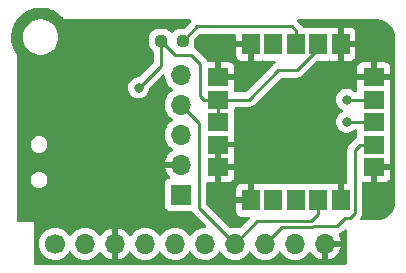
<source format=gbr>
%TF.GenerationSoftware,KiCad,Pcbnew,7.0.2-1.fc38*%
%TF.CreationDate,2023-06-06T15:14:39+02:00*%
%TF.ProjectId,F0_MyCompass,46305f4d-7943-46f6-9d70-6173732e6b69,rev?*%
%TF.SameCoordinates,Original*%
%TF.FileFunction,Copper,L1,Top*%
%TF.FilePolarity,Positive*%
%FSLAX46Y46*%
G04 Gerber Fmt 4.6, Leading zero omitted, Abs format (unit mm)*
G04 Created by KiCad (PCBNEW 7.0.2-1.fc38) date 2023-06-06 15:14:39*
%MOMM*%
%LPD*%
G01*
G04 APERTURE LIST*
G04 Aperture macros list*
%AMRoundRect*
0 Rectangle with rounded corners*
0 $1 Rounding radius*
0 $2 $3 $4 $5 $6 $7 $8 $9 X,Y pos of 4 corners*
0 Add a 4 corners polygon primitive as box body*
4,1,4,$2,$3,$4,$5,$6,$7,$8,$9,$2,$3,0*
0 Add four circle primitives for the rounded corners*
1,1,$1+$1,$2,$3*
1,1,$1+$1,$4,$5*
1,1,$1+$1,$6,$7*
1,1,$1+$1,$8,$9*
0 Add four rect primitives between the rounded corners*
20,1,$1+$1,$2,$3,$4,$5,0*
20,1,$1+$1,$4,$5,$6,$7,0*
20,1,$1+$1,$6,$7,$8,$9,0*
20,1,$1+$1,$8,$9,$2,$3,0*%
G04 Aperture macros list end*
%TA.AperFunction,ComponentPad*%
%ADD10R,1.700000X1.700000*%
%TD*%
%TA.AperFunction,ComponentPad*%
%ADD11O,1.700000X1.700000*%
%TD*%
%TA.AperFunction,SMDPad,CuDef*%
%ADD12R,1.800000X1.500000*%
%TD*%
%TA.AperFunction,SMDPad,CuDef*%
%ADD13R,1.500000X1.800000*%
%TD*%
%TA.AperFunction,SMDPad,CuDef*%
%ADD14RoundRect,0.237500X-0.250000X-0.237500X0.250000X-0.237500X0.250000X0.237500X-0.250000X0.237500X0*%
%TD*%
%TA.AperFunction,ComponentPad*%
%ADD15C,1.700000*%
%TD*%
%TA.AperFunction,ViaPad*%
%ADD16C,0.800000*%
%TD*%
%TA.AperFunction,Conductor*%
%ADD17C,0.250000*%
%TD*%
G04 APERTURE END LIST*
D10*
%TO.P,GY-271,1,Pin_1*%
%TO.N,+3V3*%
X92850000Y-95850000D03*
D11*
%TO.P,GY-271,2,Pin_2*%
%TO.N,GND*%
X92850000Y-93310000D03*
%TO.P,GY-271,3,Pin_3*%
%TO.N,Net-(GY-271-Pin_3)*%
X92850000Y-90770000D03*
%TO.P,GY-271,4,Pin_4*%
%TO.N,Net-(GY-271-Pin_4)*%
X92850000Y-88230000D03*
%TO.P,GY-271,5,Pin_5*%
%TO.N,unconnected-(GY-271-Pin_5-Pad5)*%
X92850000Y-85690000D03*
%TD*%
D12*
%TO.P,U1,1,GND*%
%TO.N,GND*%
X96000000Y-85900000D03*
%TO.P,U1,2,VCC_IO*%
%TO.N,+3V3*%
X96000000Y-87800000D03*
%TO.P,U1,3,V_BCKP*%
X96000000Y-89700000D03*
%TO.P,U1,4,GND*%
%TO.N,GND*%
X96000000Y-91600000D03*
%TO.P,U1,5,GND*%
X96000000Y-93500000D03*
D13*
%TO.P,U1,6,GND*%
X98800000Y-96300000D03*
%TO.P,U1,7,TIMEPULSE*%
%TO.N,unconnected-(U1-TIMEPULSE-Pad7)*%
X100700000Y-96300000D03*
%TO.P,U1,8,~{SAFEBOOT}*%
%TO.N,unconnected-(U1-~{SAFEBOOT}-Pad8)*%
X102600000Y-96300000D03*
%TO.P,U1,9,SDA*%
%TO.N,Net-(GY-271-Pin_4)*%
X104500000Y-96300000D03*
%TO.P,U1,10,GND*%
%TO.N,GND*%
X106400000Y-96300000D03*
D12*
%TO.P,U1,11,GND*%
X109200000Y-93500000D03*
%TO.P,U1,12,SCL*%
%TO.N,Net-(GY-271-Pin_3)*%
X109200000Y-91600000D03*
%TO.P,U1,13,TXD*%
%TO.N,Net-(U1-TXD)*%
X109200000Y-89700000D03*
%TO.P,U1,14,RXD*%
%TO.N,Net-(U1-RXD)*%
X109200000Y-87800000D03*
%TO.P,U1,15,GND*%
%TO.N,GND*%
X109200000Y-85900000D03*
D13*
%TO.P,U1,16,GND*%
X106400000Y-83100000D03*
%TO.P,U1,17,VCC*%
%TO.N,+3V3*%
X104500000Y-83100000D03*
%TO.P,U1,18,~{RESET}*%
%TO.N,Net-(U1-~{RESET})*%
X102600000Y-83100000D03*
%TO.P,U1,19,EXTINT*%
%TO.N,unconnected-(U1-EXTINT-Pad19)*%
X100700000Y-83100000D03*
%TO.P,U1,20,GND*%
%TO.N,GND*%
X98800000Y-83100000D03*
%TD*%
D14*
%TO.P,R1,1*%
%TO.N,+3V3*%
X91187500Y-82800000D03*
%TO.P,R1,2*%
%TO.N,Net-(U1-~{RESET})*%
X93012500Y-82800000D03*
%TD*%
D15*
%TO.P,J1,1,Pin_1*%
%TO.N,Net-(J1-Pin_1)*%
X82220000Y-100000000D03*
D11*
%TO.P,J1,2,Pin_2*%
%TO.N,unconnected-(J1-Pin_2-Pad2)*%
X84760000Y-100000000D03*
%TO.P,J1,3,Pin_3*%
%TO.N,GND*%
X87300000Y-100000000D03*
%TO.P,J1,4,Pin_4*%
%TO.N,unconnected-(J1-Pin_4-Pad4)*%
X89840000Y-100000000D03*
%TO.P,J1,5,Pin_5*%
%TO.N,Net-(J1-Pin_5)*%
X92380000Y-100000000D03*
%TO.P,J1,6,Pin_6*%
%TO.N,Net-(J1-Pin_6)*%
X94920000Y-100000000D03*
%TO.P,J1,7,Pin_7*%
%TO.N,Net-(GY-271-Pin_4)*%
X97460000Y-100000000D03*
%TO.P,J1,8,Pin_8*%
%TO.N,Net-(GY-271-Pin_3)*%
X100000000Y-100000000D03*
%TO.P,J1,9,Pin_9*%
%TO.N,unconnected-(J1-Pin_9-Pad9)*%
X102540000Y-100000000D03*
%TO.P,J1,10,Pin_10*%
%TO.N,GND*%
X105080000Y-100000000D03*
%TD*%
D16*
%TO.N,+3V3*%
X89300000Y-86800000D03*
%TO.N,GND*%
X95900000Y-83300000D03*
X104900000Y-93500000D03*
X89900000Y-97800000D03*
X98800000Y-90200000D03*
X109000000Y-83200000D03*
X109100000Y-96000000D03*
X90300000Y-92100000D03*
X84600000Y-86600000D03*
%TO.N,Net-(U1-RXD)*%
X106900000Y-87800000D03*
%TO.N,Net-(U1-TXD)*%
X106900000Y-89700000D03*
%TD*%
D17*
%TO.N,+3V3*%
X94500000Y-87450000D02*
X94500000Y-84750000D01*
X94500000Y-84750000D02*
X93750000Y-84000000D01*
X93750000Y-84000000D02*
X92387500Y-84000000D01*
X92387500Y-84000000D02*
X91187500Y-82800000D01*
X96000000Y-87800000D02*
X94850000Y-87800000D01*
X94850000Y-87800000D02*
X94500000Y-87450000D01*
X104500000Y-83500000D02*
X102700000Y-85300000D01*
X89300000Y-86800000D02*
X91187500Y-84912500D01*
X104500000Y-83100000D02*
X104500000Y-83500000D01*
X96000000Y-87800000D02*
X96000000Y-89700000D01*
X98600000Y-87800000D02*
X96000000Y-87800000D01*
X102700000Y-85300000D02*
X101100000Y-85300000D01*
X101100000Y-85300000D02*
X98600000Y-87800000D01*
X91187500Y-84912500D02*
X91187500Y-82800000D01*
%TO.N,Net-(GY-271-Pin_3)*%
X104036396Y-98550000D02*
X101450000Y-98550000D01*
X107600000Y-92050000D02*
X107600000Y-97400000D01*
X101450000Y-98550000D02*
X100000000Y-100000000D01*
X106100000Y-98500000D02*
X104086396Y-98500000D01*
X107200000Y-97800000D02*
X106800000Y-97800000D01*
X106800000Y-97800000D02*
X106100000Y-98500000D01*
X104086396Y-98500000D02*
X104036396Y-98550000D01*
X107600000Y-97400000D02*
X107200000Y-97800000D01*
X109200000Y-91600000D02*
X108050000Y-91600000D01*
X108050000Y-91600000D02*
X107600000Y-92050000D01*
%TO.N,Net-(GY-271-Pin_4)*%
X99360000Y-98100000D02*
X97460000Y-100000000D01*
X103850000Y-98100000D02*
X99360000Y-98100000D01*
X92850000Y-88230000D02*
X94400000Y-89780000D01*
X104500000Y-96300000D02*
X104500000Y-97450000D01*
X94400000Y-96940000D02*
X97460000Y-100000000D01*
X94400000Y-89780000D02*
X94400000Y-96940000D01*
X104500000Y-97450000D02*
X103850000Y-98100000D01*
%TO.N,Net-(U1-~{RESET})*%
X102600000Y-81950000D02*
X102600000Y-83100000D01*
X93012500Y-82800000D02*
X94212500Y-81600000D01*
X102250000Y-81600000D02*
X102600000Y-81950000D01*
X94212500Y-81600000D02*
X102250000Y-81600000D01*
%TO.N,Net-(U1-RXD)*%
X109200000Y-87800000D02*
X106900000Y-87800000D01*
%TO.N,Net-(U1-TXD)*%
X109200000Y-89700000D02*
X106900000Y-89700000D01*
%TD*%
%TA.AperFunction,Conductor*%
%TO.N,GND*%
G36*
X81006031Y-80004633D02*
G01*
X81160018Y-80007878D01*
X81171073Y-80008606D01*
X81180893Y-80009695D01*
X81308179Y-80023815D01*
X81311870Y-80024283D01*
X81464871Y-80046140D01*
X81476313Y-80048328D01*
X81609784Y-80080446D01*
X81612912Y-80081243D01*
X81762745Y-80121540D01*
X81774412Y-80125307D01*
X81901873Y-80173547D01*
X81904299Y-80174495D01*
X82049137Y-80232944D01*
X82060798Y-80238369D01*
X82180686Y-80301927D01*
X82319755Y-80378694D01*
X82331152Y-80385822D01*
X82439497Y-80462053D01*
X82570438Y-80556568D01*
X82581347Y-80565427D01*
X82673912Y-80649743D01*
X82797435Y-80763909D01*
X82807580Y-80774464D01*
X82865921Y-80842846D01*
X82921568Y-80908389D01*
X82986990Y-80985448D01*
X82990790Y-80991667D01*
X82993222Y-80994069D01*
X82998878Y-81000553D01*
X82999899Y-81000699D01*
X82999900Y-81000700D01*
X82999900Y-81000699D01*
X83023735Y-81004118D01*
X83032574Y-81000819D01*
X83041458Y-81000500D01*
X93628046Y-81000500D01*
X93695085Y-81020185D01*
X93740840Y-81072989D01*
X93750784Y-81142147D01*
X93721759Y-81205703D01*
X93715727Y-81212181D01*
X93139726Y-81788181D01*
X93078403Y-81821666D01*
X93052045Y-81824500D01*
X92716473Y-81824500D01*
X92716453Y-81824500D01*
X92713324Y-81824501D01*
X92710192Y-81824820D01*
X92710190Y-81824821D01*
X92612247Y-81834825D01*
X92448484Y-81889091D01*
X92301647Y-81979661D01*
X92187681Y-82093628D01*
X92126358Y-82127113D01*
X92056666Y-82122129D01*
X92012319Y-82093628D01*
X91898352Y-81979661D01*
X91751515Y-81889091D01*
X91587753Y-81834825D01*
X91489809Y-81824819D01*
X91489790Y-81824818D01*
X91486677Y-81824500D01*
X91483528Y-81824500D01*
X90891473Y-81824500D01*
X90891453Y-81824500D01*
X90888324Y-81824501D01*
X90885192Y-81824820D01*
X90885190Y-81824821D01*
X90787247Y-81834825D01*
X90623484Y-81889091D01*
X90476647Y-81979661D01*
X90354661Y-82101647D01*
X90264091Y-82248484D01*
X90209825Y-82412246D01*
X90199819Y-82510190D01*
X90199817Y-82510210D01*
X90199500Y-82513323D01*
X90199500Y-82516470D01*
X90199500Y-82516471D01*
X90199500Y-83083526D01*
X90199500Y-83083545D01*
X90199501Y-83086676D01*
X90199820Y-83089808D01*
X90199821Y-83089809D01*
X90209825Y-83187752D01*
X90264091Y-83351515D01*
X90354661Y-83498352D01*
X90476648Y-83620339D01*
X90503096Y-83636652D01*
X90549821Y-83688599D01*
X90562000Y-83742191D01*
X90562000Y-84602047D01*
X90542315Y-84669086D01*
X90525681Y-84689728D01*
X89352228Y-85863181D01*
X89290905Y-85896666D01*
X89264547Y-85899500D01*
X89205352Y-85899500D01*
X89020197Y-85938855D01*
X88847269Y-86015848D01*
X88694129Y-86127110D01*
X88567466Y-86267783D01*
X88472820Y-86431715D01*
X88414326Y-86611742D01*
X88394540Y-86800000D01*
X88414326Y-86988257D01*
X88472820Y-87168284D01*
X88567466Y-87332216D01*
X88694129Y-87472889D01*
X88847269Y-87584151D01*
X89020197Y-87661144D01*
X89205352Y-87700500D01*
X89205354Y-87700500D01*
X89394648Y-87700500D01*
X89518083Y-87674262D01*
X89579803Y-87661144D01*
X89752730Y-87584151D01*
X89905871Y-87472888D01*
X90032533Y-87332216D01*
X90127179Y-87168284D01*
X90185674Y-86988256D01*
X90203321Y-86820344D01*
X90229904Y-86755734D01*
X90238951Y-86745638D01*
X91290239Y-85694350D01*
X91351560Y-85660867D01*
X91421252Y-85665851D01*
X91477185Y-85707723D01*
X91501446Y-85771225D01*
X91514936Y-85925407D01*
X91518540Y-85938856D01*
X91576097Y-86153663D01*
X91675965Y-86367830D01*
X91811505Y-86561401D01*
X91978599Y-86728495D01*
X92164160Y-86858426D01*
X92207783Y-86913002D01*
X92214976Y-86982501D01*
X92183454Y-87044855D01*
X92164158Y-87061575D01*
X92004602Y-87173298D01*
X91978595Y-87191508D01*
X91811505Y-87358598D01*
X91675965Y-87552170D01*
X91576097Y-87766336D01*
X91514936Y-87994592D01*
X91494340Y-88230000D01*
X91514936Y-88465407D01*
X91549540Y-88594550D01*
X91576097Y-88693663D01*
X91675965Y-88907830D01*
X91811505Y-89101401D01*
X91978599Y-89268495D01*
X92164160Y-89398426D01*
X92207783Y-89453002D01*
X92214976Y-89522501D01*
X92183454Y-89584855D01*
X92164158Y-89601575D01*
X92023595Y-89699999D01*
X91978595Y-89731508D01*
X91811505Y-89898598D01*
X91675965Y-90092170D01*
X91576097Y-90306336D01*
X91514936Y-90534592D01*
X91494340Y-90769999D01*
X91514936Y-91005407D01*
X91551109Y-91140406D01*
X91576097Y-91233663D01*
X91675965Y-91447830D01*
X91811505Y-91641401D01*
X91978599Y-91808495D01*
X92164596Y-91938732D01*
X92208219Y-91993307D01*
X92215412Y-92062806D01*
X92183890Y-92125160D01*
X92164595Y-92141880D01*
X91978919Y-92271892D01*
X91811890Y-92438921D01*
X91676400Y-92632421D01*
X91576569Y-92846507D01*
X91519364Y-93059999D01*
X91519364Y-93060000D01*
X92416314Y-93060000D01*
X92390507Y-93100156D01*
X92350000Y-93238111D01*
X92350000Y-93381889D01*
X92390507Y-93519844D01*
X92416314Y-93560000D01*
X91519364Y-93560000D01*
X91576569Y-93773492D01*
X91676399Y-93987576D01*
X91811893Y-94181081D01*
X91933946Y-94303134D01*
X91967431Y-94364457D01*
X91962447Y-94434149D01*
X91920575Y-94490082D01*
X91889599Y-94506997D01*
X91757669Y-94556204D01*
X91642454Y-94642454D01*
X91556204Y-94757668D01*
X91507298Y-94888794D01*
X91505909Y-94892517D01*
X91499500Y-94952127D01*
X91499500Y-94955448D01*
X91499500Y-94955449D01*
X91499500Y-96744560D01*
X91499500Y-96744578D01*
X91499501Y-96747872D01*
X91505909Y-96807483D01*
X91556204Y-96942331D01*
X91642454Y-97057546D01*
X91757669Y-97143796D01*
X91892517Y-97194091D01*
X91952127Y-97200500D01*
X93747872Y-97200499D01*
X93746582Y-97200533D01*
X93814083Y-97216478D01*
X93853052Y-97251354D01*
X93873181Y-97279060D01*
X93879593Y-97288822D01*
X93901826Y-97326416D01*
X93901829Y-97326419D01*
X93901830Y-97326420D01*
X93915995Y-97340585D01*
X93928627Y-97355375D01*
X93940406Y-97371587D01*
X93974058Y-97399426D01*
X93982699Y-97407289D01*
X95007602Y-98432192D01*
X95041087Y-98493515D01*
X95036103Y-98563207D01*
X94994231Y-98619140D01*
X94930729Y-98643401D01*
X94684592Y-98664936D01*
X94456336Y-98726097D01*
X94242170Y-98825965D01*
X94048598Y-98961505D01*
X93881505Y-99128598D01*
X93751575Y-99314159D01*
X93696998Y-99357784D01*
X93627500Y-99364978D01*
X93565145Y-99333455D01*
X93548425Y-99314159D01*
X93440947Y-99160664D01*
X93418495Y-99128599D01*
X93251401Y-98961505D01*
X93057830Y-98825965D01*
X92843663Y-98726097D01*
X92782501Y-98709709D01*
X92615407Y-98664936D01*
X92379999Y-98644340D01*
X92144592Y-98664936D01*
X91916336Y-98726097D01*
X91702170Y-98825965D01*
X91508598Y-98961505D01*
X91341505Y-99128598D01*
X91211575Y-99314159D01*
X91156998Y-99357784D01*
X91087500Y-99364978D01*
X91025145Y-99333455D01*
X91008425Y-99314159D01*
X90900947Y-99160664D01*
X90878495Y-99128599D01*
X90711401Y-98961505D01*
X90517830Y-98825965D01*
X90303663Y-98726097D01*
X90242502Y-98709709D01*
X90075407Y-98664936D01*
X89840000Y-98644340D01*
X89604592Y-98664936D01*
X89376336Y-98726097D01*
X89162170Y-98825965D01*
X88968598Y-98961505D01*
X88801508Y-99128595D01*
X88801505Y-99128598D01*
X88801505Y-99128599D01*
X88779053Y-99160664D01*
X88671269Y-99314596D01*
X88616692Y-99358220D01*
X88547193Y-99365413D01*
X88484839Y-99333891D01*
X88468119Y-99314595D01*
X88338109Y-99128921D01*
X88171081Y-98961893D01*
X87977576Y-98826399D01*
X87763492Y-98726569D01*
X87550000Y-98669364D01*
X87550000Y-99564498D01*
X87442315Y-99515320D01*
X87335763Y-99500000D01*
X87264237Y-99500000D01*
X87157685Y-99515320D01*
X87050000Y-99564498D01*
X87050000Y-98669364D01*
X87049999Y-98669364D01*
X86836507Y-98726569D01*
X86622421Y-98826400D01*
X86428921Y-98961890D01*
X86261893Y-99128918D01*
X86131880Y-99314596D01*
X86077303Y-99358220D01*
X86007804Y-99365413D01*
X85945450Y-99333891D01*
X85928730Y-99314595D01*
X85820947Y-99160664D01*
X85798495Y-99128599D01*
X85631401Y-98961505D01*
X85437830Y-98825965D01*
X85223663Y-98726097D01*
X85162502Y-98709709D01*
X84995407Y-98664936D01*
X84760000Y-98644340D01*
X84524592Y-98664936D01*
X84296336Y-98726097D01*
X84082170Y-98825965D01*
X83888598Y-98961505D01*
X83721505Y-99128598D01*
X83591575Y-99314159D01*
X83536998Y-99357784D01*
X83467500Y-99364978D01*
X83405145Y-99333455D01*
X83388425Y-99314159D01*
X83280947Y-99160664D01*
X83258495Y-99128599D01*
X83091401Y-98961505D01*
X82897830Y-98825965D01*
X82683663Y-98726097D01*
X82622502Y-98709709D01*
X82455407Y-98664936D01*
X82220000Y-98644340D01*
X81984592Y-98664936D01*
X81756336Y-98726097D01*
X81542170Y-98825965D01*
X81348598Y-98961505D01*
X81181505Y-99128598D01*
X81045965Y-99322170D01*
X80946097Y-99536336D01*
X80884936Y-99764592D01*
X80864340Y-99999999D01*
X80884936Y-100235407D01*
X80910496Y-100330798D01*
X80946097Y-100463663D01*
X81045965Y-100677830D01*
X81181505Y-100871401D01*
X81348599Y-101038495D01*
X81542170Y-101174035D01*
X81756337Y-101273903D01*
X81968059Y-101330633D01*
X81984592Y-101335063D01*
X82219999Y-101355659D01*
X82219999Y-101355658D01*
X82220000Y-101355659D01*
X82455408Y-101335063D01*
X82683663Y-101273903D01*
X82897830Y-101174035D01*
X83091401Y-101038495D01*
X83258495Y-100871401D01*
X83388426Y-100685839D01*
X83443002Y-100642216D01*
X83512500Y-100635022D01*
X83574855Y-100666545D01*
X83591571Y-100685837D01*
X83721505Y-100871401D01*
X83888599Y-101038495D01*
X84082170Y-101174035D01*
X84296337Y-101273903D01*
X84524592Y-101335063D01*
X84760000Y-101355659D01*
X84995408Y-101335063D01*
X85223663Y-101273903D01*
X85437830Y-101174035D01*
X85631401Y-101038495D01*
X85798495Y-100871401D01*
X85928732Y-100685403D01*
X85983307Y-100641780D01*
X86052805Y-100634586D01*
X86115160Y-100666109D01*
X86131880Y-100685404D01*
X86261893Y-100871081D01*
X86428918Y-101038106D01*
X86622423Y-101173600D01*
X86836509Y-101273430D01*
X87050000Y-101330634D01*
X87050000Y-100435501D01*
X87157685Y-100484680D01*
X87264237Y-100500000D01*
X87335763Y-100500000D01*
X87442315Y-100484680D01*
X87550000Y-100435501D01*
X87550000Y-101330633D01*
X87763490Y-101273430D01*
X87977576Y-101173600D01*
X88171081Y-101038106D01*
X88338109Y-100871078D01*
X88468119Y-100685405D01*
X88522696Y-100641780D01*
X88592194Y-100634586D01*
X88654549Y-100666109D01*
X88671265Y-100685400D01*
X88801505Y-100871401D01*
X88968599Y-101038495D01*
X89162170Y-101174035D01*
X89376337Y-101273903D01*
X89604592Y-101335063D01*
X89840000Y-101355659D01*
X90075408Y-101335063D01*
X90303663Y-101273903D01*
X90517830Y-101174035D01*
X90711401Y-101038495D01*
X90878495Y-100871401D01*
X91008427Y-100685838D01*
X91063001Y-100642216D01*
X91132499Y-100635022D01*
X91194854Y-100666545D01*
X91211572Y-100685838D01*
X91341505Y-100871401D01*
X91508599Y-101038495D01*
X91702170Y-101174035D01*
X91916337Y-101273903D01*
X92128059Y-101330633D01*
X92144592Y-101335063D01*
X92379999Y-101355659D01*
X92379999Y-101355658D01*
X92380000Y-101355659D01*
X92615408Y-101335063D01*
X92843663Y-101273903D01*
X93057830Y-101174035D01*
X93251401Y-101038495D01*
X93418495Y-100871401D01*
X93548427Y-100685838D01*
X93603001Y-100642216D01*
X93672499Y-100635022D01*
X93734854Y-100666545D01*
X93751572Y-100685838D01*
X93881505Y-100871401D01*
X94048599Y-101038495D01*
X94242170Y-101174035D01*
X94456337Y-101273903D01*
X94668059Y-101330633D01*
X94684592Y-101335063D01*
X94919999Y-101355659D01*
X94919999Y-101355658D01*
X94920000Y-101355659D01*
X95155408Y-101335063D01*
X95383663Y-101273903D01*
X95597830Y-101174035D01*
X95791401Y-101038495D01*
X95958495Y-100871401D01*
X96088427Y-100685838D01*
X96143001Y-100642216D01*
X96212499Y-100635022D01*
X96274854Y-100666545D01*
X96291572Y-100685838D01*
X96421505Y-100871401D01*
X96588599Y-101038495D01*
X96782170Y-101174035D01*
X96996337Y-101273903D01*
X97224592Y-101335063D01*
X97460000Y-101355659D01*
X97695408Y-101335063D01*
X97923663Y-101273903D01*
X98137830Y-101174035D01*
X98331401Y-101038495D01*
X98498495Y-100871401D01*
X98628427Y-100685838D01*
X98683001Y-100642216D01*
X98752499Y-100635022D01*
X98814854Y-100666545D01*
X98831572Y-100685838D01*
X98961505Y-100871401D01*
X99128599Y-101038495D01*
X99322170Y-101174035D01*
X99536337Y-101273903D01*
X99764592Y-101335063D01*
X100000000Y-101355659D01*
X100235408Y-101335063D01*
X100463663Y-101273903D01*
X100677830Y-101174035D01*
X100871401Y-101038495D01*
X101038495Y-100871401D01*
X101168427Y-100685838D01*
X101223001Y-100642216D01*
X101292499Y-100635022D01*
X101354854Y-100666545D01*
X101371572Y-100685838D01*
X101501505Y-100871401D01*
X101668599Y-101038495D01*
X101862170Y-101174035D01*
X102076337Y-101273903D01*
X102304592Y-101335063D01*
X102540000Y-101355659D01*
X102775408Y-101335063D01*
X103003663Y-101273903D01*
X103217830Y-101174035D01*
X103411401Y-101038495D01*
X103578495Y-100871401D01*
X103708732Y-100685403D01*
X103763307Y-100641780D01*
X103832805Y-100634586D01*
X103895160Y-100666109D01*
X103911880Y-100685404D01*
X104041893Y-100871081D01*
X104208918Y-101038106D01*
X104402423Y-101173600D01*
X104616509Y-101273430D01*
X104830000Y-101330634D01*
X104830000Y-100435501D01*
X104937685Y-100484680D01*
X105044237Y-100500000D01*
X105115763Y-100500000D01*
X105222315Y-100484680D01*
X105330000Y-100435501D01*
X105330000Y-101330633D01*
X105543490Y-101273430D01*
X105757576Y-101173600D01*
X105951081Y-101038106D01*
X106118106Y-100871081D01*
X106253600Y-100677576D01*
X106353430Y-100463492D01*
X106410636Y-100250000D01*
X105513686Y-100250000D01*
X105539493Y-100209844D01*
X105580000Y-100071889D01*
X105580000Y-99928111D01*
X105539493Y-99790156D01*
X105513686Y-99750000D01*
X106410636Y-99750000D01*
X106410635Y-99749999D01*
X106353430Y-99536507D01*
X106253599Y-99322420D01*
X106228260Y-99286233D01*
X106205932Y-99220027D01*
X106222942Y-99152260D01*
X106273889Y-99104446D01*
X106284190Y-99099816D01*
X106297403Y-99094585D01*
X106308444Y-99090803D01*
X106350390Y-99078618D01*
X106367629Y-99068422D01*
X106385102Y-99059862D01*
X106403732Y-99052486D01*
X106439064Y-99026814D01*
X106448830Y-99020400D01*
X106486418Y-98998171D01*
X106486417Y-98998171D01*
X106486420Y-98998170D01*
X106500585Y-98984004D01*
X106515373Y-98971373D01*
X106531587Y-98959594D01*
X106559438Y-98925926D01*
X106567269Y-98917319D01*
X106687822Y-98796767D01*
X106749142Y-98763285D01*
X106818834Y-98768269D01*
X106874767Y-98810141D01*
X106899184Y-98875605D01*
X106899500Y-98884451D01*
X106899500Y-101675500D01*
X106879815Y-101742539D01*
X106827011Y-101788294D01*
X106775500Y-101799500D01*
X80524500Y-101799500D01*
X80457461Y-101779815D01*
X80411706Y-101727011D01*
X80400500Y-101675500D01*
X80400500Y-98224759D01*
X80400528Y-98224616D01*
X80400524Y-98224616D01*
X80400539Y-98200002D01*
X80400541Y-98200000D01*
X80400462Y-98199808D01*
X80400384Y-98199618D01*
X80400383Y-98199617D01*
X80400099Y-98199500D01*
X80400000Y-98199459D01*
X80375446Y-98199459D01*
X80375240Y-98199500D01*
X79124500Y-98199500D01*
X79057461Y-98179815D01*
X79011706Y-98127011D01*
X79000500Y-98075500D01*
X79000500Y-94685055D01*
X80169500Y-94685055D01*
X80210209Y-94850224D01*
X80249063Y-94924253D01*
X80289266Y-95000852D01*
X80402071Y-95128183D01*
X80402072Y-95128184D01*
X80445138Y-95157910D01*
X80542070Y-95224818D01*
X80701128Y-95285140D01*
X80827628Y-95300500D01*
X80831377Y-95300500D01*
X80908623Y-95300500D01*
X80912372Y-95300500D01*
X81038872Y-95285140D01*
X81197930Y-95224818D01*
X81337929Y-95128183D01*
X81450734Y-95000852D01*
X81529790Y-94850225D01*
X81570500Y-94685056D01*
X81570500Y-94514944D01*
X81529790Y-94349775D01*
X81450734Y-94199148D01*
X81337929Y-94071817D01*
X81337928Y-94071816D01*
X81337927Y-94071815D01*
X81197930Y-93975182D01*
X81038872Y-93914860D01*
X80916092Y-93899951D01*
X80916080Y-93899950D01*
X80912372Y-93899500D01*
X80827628Y-93899500D01*
X80823920Y-93899950D01*
X80823907Y-93899951D01*
X80701127Y-93914860D01*
X80542069Y-93975182D01*
X80402072Y-94071815D01*
X80289265Y-94199149D01*
X80210209Y-94349775D01*
X80169500Y-94514944D01*
X80169500Y-94685055D01*
X79000500Y-94685055D01*
X79000500Y-91514943D01*
X80169499Y-91514943D01*
X80169500Y-91514944D01*
X80169500Y-91685056D01*
X80174545Y-91705525D01*
X80210209Y-91850224D01*
X80259446Y-91944035D01*
X80289266Y-92000852D01*
X80402071Y-92128183D01*
X80542070Y-92224818D01*
X80701128Y-92285140D01*
X80827628Y-92300500D01*
X80831377Y-92300500D01*
X80908623Y-92300500D01*
X80912372Y-92300500D01*
X81038872Y-92285140D01*
X81197930Y-92224818D01*
X81337929Y-92128183D01*
X81450734Y-92000852D01*
X81529790Y-91850225D01*
X81570500Y-91685056D01*
X81570500Y-91514944D01*
X81529790Y-91349775D01*
X81450734Y-91199148D01*
X81337929Y-91071817D01*
X81337928Y-91071816D01*
X81337927Y-91071815D01*
X81197930Y-90975182D01*
X81038872Y-90914860D01*
X80916092Y-90899951D01*
X80916080Y-90899950D01*
X80912372Y-90899500D01*
X80827628Y-90899500D01*
X80823920Y-90899950D01*
X80823907Y-90899951D01*
X80701127Y-90914860D01*
X80542069Y-90975182D01*
X80402072Y-91071815D01*
X80289265Y-91199149D01*
X80210209Y-91349775D01*
X80169499Y-91514943D01*
X79000500Y-91514943D01*
X79000500Y-84010334D01*
X79001318Y-83998857D01*
X78993480Y-83989208D01*
X78886717Y-83827346D01*
X78837369Y-83752134D01*
X78830059Y-83739410D01*
X78770731Y-83620340D01*
X78755058Y-83588883D01*
X78735735Y-83549387D01*
X78700031Y-83476410D01*
X78694580Y-83463451D01*
X78685415Y-83437658D01*
X78640489Y-83311226D01*
X78631447Y-83284772D01*
X78597664Y-83185932D01*
X78594014Y-83172992D01*
X78559246Y-83017946D01*
X78531802Y-82885071D01*
X78529873Y-82872450D01*
X78514306Y-82716932D01*
X78514077Y-82714349D01*
X78511463Y-82680913D01*
X78503458Y-82578513D01*
X78503110Y-82566268D01*
X78504506Y-82500000D01*
X79494356Y-82500000D01*
X79514891Y-82747816D01*
X79514891Y-82747819D01*
X79514892Y-82747821D01*
X79575937Y-82988881D01*
X79601928Y-83048134D01*
X79675825Y-83216604D01*
X79675827Y-83216607D01*
X79811836Y-83424785D01*
X79980256Y-83607738D01*
X79996446Y-83620339D01*
X80176485Y-83760470D01*
X80176487Y-83760471D01*
X80176491Y-83760474D01*
X80395190Y-83878828D01*
X80630386Y-83959571D01*
X80875665Y-84000500D01*
X81124335Y-84000500D01*
X81369614Y-83959571D01*
X81604810Y-83878828D01*
X81823509Y-83760474D01*
X82019744Y-83607738D01*
X82188164Y-83424785D01*
X82324173Y-83216607D01*
X82424063Y-82988881D01*
X82485108Y-82747821D01*
X82505643Y-82500000D01*
X82485108Y-82252179D01*
X82424063Y-82011119D01*
X82324173Y-81783393D01*
X82188164Y-81575215D01*
X82019744Y-81392262D01*
X81895706Y-81295719D01*
X81823514Y-81239529D01*
X81823510Y-81239526D01*
X81823509Y-81239526D01*
X81604810Y-81121172D01*
X81604806Y-81121170D01*
X81604805Y-81121170D01*
X81369615Y-81040429D01*
X81124335Y-80999500D01*
X80875665Y-80999500D01*
X80630384Y-81040429D01*
X80395194Y-81121170D01*
X80395190Y-81121171D01*
X80395190Y-81121172D01*
X80359649Y-81140406D01*
X80176485Y-81239529D01*
X79980259Y-81392259D01*
X79980256Y-81392261D01*
X79980256Y-81392262D01*
X79835586Y-81549416D01*
X79811837Y-81575214D01*
X79675825Y-81783395D01*
X79599130Y-81958245D01*
X79575937Y-82011119D01*
X79533433Y-82178964D01*
X79514891Y-82252183D01*
X79494356Y-82500000D01*
X78504506Y-82500000D01*
X78506379Y-82411111D01*
X78506489Y-82407903D01*
X78513026Y-82270813D01*
X78514131Y-82259192D01*
X78514989Y-82253190D01*
X78535981Y-82106237D01*
X78536583Y-82102454D01*
X78560362Y-81966630D01*
X78562748Y-81955856D01*
X78602764Y-81807067D01*
X78603975Y-81802872D01*
X78644737Y-81670621D01*
X78648224Y-81660802D01*
X78705752Y-81518244D01*
X78707706Y-81513675D01*
X78764856Y-81387280D01*
X78769262Y-81378487D01*
X78843419Y-81244147D01*
X78846226Y-81239326D01*
X78918901Y-81120870D01*
X78923998Y-81113222D01*
X79013730Y-80988908D01*
X79017462Y-80984004D01*
X79104484Y-80875500D01*
X79110102Y-80868977D01*
X79214113Y-80756441D01*
X79218840Y-80751604D01*
X79318810Y-80654828D01*
X79324750Y-80649441D01*
X79441502Y-80550318D01*
X79447299Y-80545691D01*
X79558624Y-80462198D01*
X79564690Y-80457928D01*
X79692530Y-80373606D01*
X79699341Y-80369426D01*
X79820272Y-80300533D01*
X79826276Y-80297330D01*
X79963370Y-80229021D01*
X79971233Y-80225442D01*
X80099732Y-80172295D01*
X80105483Y-80170085D01*
X80249984Y-80118738D01*
X80258789Y-80115976D01*
X80392761Y-80079402D01*
X80398209Y-80078048D01*
X80547940Y-80044472D01*
X80557654Y-80042696D01*
X80694955Y-80023229D01*
X80699923Y-80022629D01*
X80852860Y-80007320D01*
X80863260Y-80006721D01*
X81001689Y-80004620D01*
X81006031Y-80004633D01*
G37*
%TD.AperFunction*%
%TA.AperFunction,Conductor*%
G36*
X109504417Y-81000815D02*
G01*
X109569755Y-81005489D01*
X109712453Y-81016719D01*
X109729056Y-81019168D01*
X109818500Y-81038625D01*
X109820979Y-81039192D01*
X109932570Y-81065983D01*
X109946925Y-81070365D01*
X110037735Y-81104236D01*
X110041696Y-81105794D01*
X110142794Y-81147670D01*
X110154758Y-81153394D01*
X110241588Y-81200807D01*
X110246915Y-81203892D01*
X110267025Y-81216215D01*
X110338433Y-81259974D01*
X110347951Y-81266432D01*
X110427845Y-81326241D01*
X110434037Y-81331193D01*
X110505535Y-81392259D01*
X110515086Y-81400416D01*
X110522235Y-81407025D01*
X110592973Y-81477763D01*
X110599582Y-81484912D01*
X110666770Y-81563579D01*
X110668793Y-81565947D01*
X110673764Y-81572162D01*
X110693471Y-81598487D01*
X110733564Y-81652045D01*
X110740024Y-81661565D01*
X110796100Y-81753072D01*
X110799206Y-81758436D01*
X110846602Y-81845237D01*
X110852330Y-81857209D01*
X110875679Y-81913578D01*
X110894181Y-81958245D01*
X110895790Y-81962335D01*
X110929627Y-82053056D01*
X110934019Y-82067442D01*
X110960793Y-82178964D01*
X110961385Y-82181553D01*
X110980828Y-82270933D01*
X110983280Y-82287561D01*
X110994517Y-82430330D01*
X110999184Y-82495584D01*
X110999500Y-82504425D01*
X110999500Y-96495572D01*
X110999184Y-96504418D01*
X110994517Y-96569668D01*
X110983279Y-96712441D01*
X110980828Y-96729066D01*
X110961390Y-96818423D01*
X110960798Y-96821012D01*
X110934019Y-96932556D01*
X110929627Y-96946942D01*
X110895790Y-97037663D01*
X110894169Y-97041784D01*
X110852330Y-97142789D01*
X110846602Y-97154761D01*
X110799206Y-97241562D01*
X110796100Y-97246926D01*
X110740024Y-97338433D01*
X110733564Y-97347953D01*
X110673770Y-97427829D01*
X110668793Y-97434051D01*
X110599582Y-97515086D01*
X110592973Y-97522235D01*
X110522235Y-97592973D01*
X110515086Y-97599582D01*
X110434051Y-97668793D01*
X110427829Y-97673770D01*
X110347953Y-97733564D01*
X110338433Y-97740024D01*
X110246926Y-97796100D01*
X110241562Y-97799206D01*
X110154761Y-97846602D01*
X110142789Y-97852330D01*
X110041784Y-97894169D01*
X110037663Y-97895790D01*
X109946942Y-97929627D01*
X109932556Y-97934019D01*
X109821012Y-97960798D01*
X109818423Y-97961390D01*
X109729067Y-97980828D01*
X109712439Y-97983280D01*
X109569669Y-97994517D01*
X109504416Y-97999184D01*
X109495575Y-97999500D01*
X108181640Y-97999500D01*
X108114601Y-97979815D01*
X108068846Y-97927011D01*
X108058902Y-97857853D01*
X108087927Y-97794297D01*
X108091249Y-97790615D01*
X108110062Y-97770582D01*
X108119717Y-97753018D01*
X108130394Y-97736764D01*
X108142673Y-97720936D01*
X108160018Y-97680852D01*
X108165160Y-97670356D01*
X108186197Y-97632092D01*
X108191179Y-97612684D01*
X108197481Y-97594280D01*
X108205437Y-97575896D01*
X108212269Y-97532752D01*
X108214633Y-97521338D01*
X108225500Y-97479019D01*
X108225500Y-97458982D01*
X108227027Y-97439584D01*
X108227903Y-97434051D01*
X108230160Y-97419804D01*
X108226050Y-97376324D01*
X108225500Y-97364655D01*
X108225500Y-94874000D01*
X108245185Y-94806961D01*
X108297989Y-94761206D01*
X108349500Y-94750000D01*
X108950000Y-94750000D01*
X108950000Y-93750000D01*
X109450000Y-93750000D01*
X109450000Y-94750000D01*
X110144518Y-94750000D01*
X110151132Y-94749645D01*
X110207371Y-94743599D01*
X110342089Y-94693352D01*
X110457188Y-94607188D01*
X110543352Y-94492089D01*
X110593599Y-94357371D01*
X110599645Y-94301132D01*
X110600000Y-94294518D01*
X110600000Y-93750000D01*
X109450000Y-93750000D01*
X108950000Y-93750000D01*
X108950000Y-93374000D01*
X108969685Y-93306961D01*
X109022489Y-93261206D01*
X109074000Y-93250000D01*
X110600000Y-93250000D01*
X110600000Y-92705481D01*
X110599646Y-92698885D01*
X110593597Y-92642622D01*
X110575480Y-92594049D01*
X110570494Y-92524358D01*
X110575474Y-92507395D01*
X110594091Y-92457483D01*
X110600500Y-92397873D01*
X110600499Y-90802128D01*
X110594091Y-90742517D01*
X110575745Y-90693331D01*
X110570762Y-90623643D01*
X110575747Y-90606665D01*
X110594091Y-90557483D01*
X110600500Y-90497873D01*
X110600499Y-88902128D01*
X110594091Y-88842517D01*
X110575745Y-88793331D01*
X110570762Y-88723643D01*
X110575747Y-88706665D01*
X110594091Y-88657483D01*
X110600500Y-88597873D01*
X110600499Y-87002128D01*
X110594091Y-86942517D01*
X110575478Y-86892615D01*
X110570495Y-86822926D01*
X110575480Y-86805947D01*
X110593598Y-86757374D01*
X110599646Y-86701114D01*
X110600000Y-86694518D01*
X110600000Y-86150000D01*
X107800000Y-86150000D01*
X107800000Y-86694518D01*
X107800354Y-86701132D01*
X107806401Y-86757375D01*
X107824519Y-86805953D01*
X107829503Y-86875644D01*
X107824520Y-86892617D01*
X107805909Y-86942517D01*
X107799500Y-87002127D01*
X107799500Y-87005449D01*
X107799500Y-87050500D01*
X107779815Y-87117539D01*
X107727011Y-87163294D01*
X107675500Y-87174500D01*
X107603747Y-87174500D01*
X107536708Y-87154815D01*
X107511599Y-87133473D01*
X107505871Y-87127112D01*
X107352730Y-87015849D01*
X107352729Y-87015848D01*
X107352727Y-87015847D01*
X107179802Y-86938855D01*
X106994648Y-86899500D01*
X106994646Y-86899500D01*
X106805354Y-86899500D01*
X106805352Y-86899500D01*
X106620197Y-86938855D01*
X106447269Y-87015848D01*
X106294129Y-87127110D01*
X106167466Y-87267783D01*
X106072820Y-87431715D01*
X106014326Y-87611742D01*
X105994540Y-87799999D01*
X106014326Y-87988257D01*
X106072820Y-88168284D01*
X106167466Y-88332216D01*
X106294129Y-88472889D01*
X106447269Y-88584151D01*
X106565341Y-88636721D01*
X106618578Y-88681971D01*
X106638899Y-88748820D01*
X106619854Y-88816044D01*
X106567488Y-88862299D01*
X106565341Y-88863279D01*
X106447269Y-88915848D01*
X106294129Y-89027110D01*
X106167466Y-89167783D01*
X106072820Y-89331715D01*
X106014326Y-89511742D01*
X105994540Y-89699999D01*
X106014326Y-89888257D01*
X106072820Y-90068284D01*
X106167466Y-90232216D01*
X106294129Y-90372889D01*
X106447269Y-90484151D01*
X106620197Y-90561144D01*
X106805352Y-90600500D01*
X106805354Y-90600500D01*
X106994648Y-90600500D01*
X107118083Y-90574262D01*
X107179803Y-90561144D01*
X107352730Y-90484151D01*
X107505871Y-90372888D01*
X107511598Y-90366527D01*
X107571084Y-90329879D01*
X107603747Y-90325500D01*
X107675501Y-90325500D01*
X107742540Y-90345185D01*
X107788295Y-90397989D01*
X107799501Y-90449499D01*
X107799501Y-90497872D01*
X107805909Y-90557483D01*
X107824252Y-90606665D01*
X107824253Y-90606666D01*
X107829237Y-90676358D01*
X107824253Y-90693331D01*
X107805909Y-90742513D01*
X107802954Y-90769999D01*
X107799500Y-90802127D01*
X107799500Y-90805449D01*
X107799500Y-90945657D01*
X107779815Y-91012696D01*
X107748382Y-91045977D01*
X107710931Y-91073185D01*
X107701174Y-91079595D01*
X107663580Y-91101829D01*
X107649413Y-91115996D01*
X107634624Y-91128626D01*
X107618413Y-91140404D01*
X107590572Y-91174058D01*
X107582711Y-91182697D01*
X107216211Y-91549197D01*
X107200112Y-91562095D01*
X107152097Y-91613224D01*
X107149393Y-91616015D01*
X107132628Y-91632780D01*
X107132621Y-91632787D01*
X107129880Y-91635529D01*
X107127499Y-91638597D01*
X107127490Y-91638608D01*
X107127411Y-91638711D01*
X107119842Y-91647572D01*
X107089935Y-91679420D01*
X107080285Y-91696974D01*
X107069609Y-91713228D01*
X107057326Y-91729063D01*
X107039975Y-91769158D01*
X107034838Y-91779644D01*
X107013802Y-91817907D01*
X107008821Y-91837309D01*
X107002520Y-91855711D01*
X106994561Y-91874102D01*
X106987728Y-91917242D01*
X106985360Y-91928674D01*
X106974499Y-91970977D01*
X106974500Y-91991016D01*
X106972973Y-92010414D01*
X106969840Y-92030194D01*
X106973950Y-92073673D01*
X106974500Y-92085343D01*
X106974500Y-94776000D01*
X106954815Y-94843039D01*
X106902011Y-94888794D01*
X106850500Y-94900000D01*
X106650000Y-94900000D01*
X106650000Y-96426000D01*
X106630315Y-96493039D01*
X106577511Y-96538794D01*
X106526000Y-96550000D01*
X106274000Y-96550000D01*
X106206961Y-96530315D01*
X106161206Y-96477511D01*
X106150000Y-96426000D01*
X106150000Y-94900000D01*
X105605482Y-94900000D01*
X105598867Y-94900354D01*
X105542624Y-94906401D01*
X105494046Y-94924519D01*
X105424354Y-94929503D01*
X105407381Y-94924519D01*
X105357485Y-94905909D01*
X105301166Y-94899854D01*
X105301165Y-94899853D01*
X105297873Y-94899500D01*
X105294550Y-94899500D01*
X103705439Y-94899500D01*
X103705420Y-94899500D01*
X103702128Y-94899501D01*
X103698848Y-94899853D01*
X103698840Y-94899854D01*
X103642514Y-94905909D01*
X103593332Y-94924253D01*
X103523640Y-94929237D01*
X103506667Y-94924253D01*
X103457484Y-94905909D01*
X103401166Y-94899854D01*
X103401165Y-94899853D01*
X103397873Y-94899500D01*
X103394550Y-94899500D01*
X101805439Y-94899500D01*
X101805420Y-94899500D01*
X101802128Y-94899501D01*
X101798848Y-94899853D01*
X101798840Y-94899854D01*
X101742514Y-94905909D01*
X101693332Y-94924253D01*
X101623640Y-94929237D01*
X101606667Y-94924253D01*
X101557484Y-94905909D01*
X101501166Y-94899854D01*
X101501165Y-94899853D01*
X101497873Y-94899500D01*
X101494550Y-94899500D01*
X99905439Y-94899500D01*
X99905420Y-94899500D01*
X99902128Y-94899501D01*
X99898848Y-94899853D01*
X99898840Y-94899854D01*
X99842516Y-94905909D01*
X99792616Y-94924520D01*
X99722924Y-94929503D01*
X99705953Y-94924519D01*
X99657375Y-94906401D01*
X99601132Y-94900354D01*
X99594518Y-94900000D01*
X99050000Y-94900000D01*
X99050000Y-96426000D01*
X99030315Y-96493039D01*
X98977511Y-96538794D01*
X98926000Y-96550000D01*
X97550000Y-96550000D01*
X97550000Y-97244518D01*
X97550354Y-97251132D01*
X97556400Y-97307371D01*
X97606647Y-97442089D01*
X97692811Y-97557188D01*
X97807910Y-97643352D01*
X97942628Y-97693599D01*
X97998867Y-97699645D01*
X98005482Y-97700000D01*
X98576047Y-97700000D01*
X98643086Y-97719685D01*
X98688841Y-97772489D01*
X98698785Y-97841647D01*
X98669760Y-97905203D01*
X98663728Y-97911681D01*
X97915646Y-98659762D01*
X97854323Y-98693247D01*
X97795872Y-98691856D01*
X97711930Y-98669364D01*
X97695405Y-98664936D01*
X97460000Y-98644340D01*
X97224591Y-98664936D01*
X97124125Y-98691855D01*
X97054275Y-98690192D01*
X97004352Y-98659761D01*
X95061818Y-96717227D01*
X95028333Y-96655904D01*
X95025500Y-96629555D01*
X95025500Y-96050000D01*
X97550000Y-96050000D01*
X98550000Y-96050000D01*
X98550000Y-94900000D01*
X98005482Y-94900000D01*
X97998867Y-94900354D01*
X97942628Y-94906400D01*
X97807910Y-94956647D01*
X97692811Y-95042811D01*
X97606647Y-95157910D01*
X97556400Y-95292628D01*
X97550354Y-95348867D01*
X97550000Y-95355481D01*
X97550000Y-96050000D01*
X95025500Y-96050000D01*
X95025500Y-94873999D01*
X95045185Y-94806960D01*
X95097989Y-94761206D01*
X95149500Y-94750000D01*
X95750000Y-94750000D01*
X95750000Y-93750000D01*
X96250000Y-93750000D01*
X96250000Y-94750000D01*
X96944518Y-94750000D01*
X96951132Y-94749645D01*
X97007371Y-94743599D01*
X97142089Y-94693352D01*
X97257188Y-94607188D01*
X97343352Y-94492089D01*
X97393599Y-94357371D01*
X97399645Y-94301132D01*
X97400000Y-94294518D01*
X97400000Y-93750000D01*
X96250000Y-93750000D01*
X95750000Y-93750000D01*
X95750000Y-93250000D01*
X96249999Y-93250000D01*
X97400000Y-93250000D01*
X97400000Y-92705481D01*
X97399646Y-92698885D01*
X97393597Y-92642621D01*
X97375214Y-92593335D01*
X97370228Y-92523643D01*
X97375214Y-92506665D01*
X97393597Y-92457378D01*
X97399646Y-92401114D01*
X97400000Y-92394518D01*
X97400000Y-91850000D01*
X96250000Y-91850000D01*
X96249999Y-93250000D01*
X95750000Y-93250000D01*
X95750000Y-91474000D01*
X95769685Y-91406961D01*
X95822489Y-91361206D01*
X95874000Y-91350000D01*
X97400000Y-91350000D01*
X97400000Y-90805481D01*
X97399646Y-90798885D01*
X97393597Y-90742622D01*
X97375480Y-90694049D01*
X97370494Y-90624358D01*
X97375474Y-90607395D01*
X97394091Y-90557483D01*
X97400500Y-90497873D01*
X97400499Y-88902128D01*
X97394091Y-88842517D01*
X97375745Y-88793331D01*
X97370762Y-88723643D01*
X97375747Y-88706665D01*
X97394091Y-88657483D01*
X97400500Y-88597873D01*
X97400500Y-88549500D01*
X97420185Y-88482461D01*
X97472989Y-88436706D01*
X97524500Y-88425500D01*
X98517256Y-88425500D01*
X98537762Y-88427764D01*
X98540665Y-88427672D01*
X98540667Y-88427673D01*
X98607872Y-88425561D01*
X98611768Y-88425500D01*
X98635448Y-88425500D01*
X98639350Y-88425500D01*
X98643313Y-88424999D01*
X98654962Y-88424080D01*
X98698627Y-88422709D01*
X98717859Y-88417120D01*
X98736918Y-88413174D01*
X98743196Y-88412381D01*
X98756792Y-88410664D01*
X98797407Y-88394582D01*
X98808444Y-88390803D01*
X98850390Y-88378618D01*
X98867629Y-88368422D01*
X98885102Y-88359862D01*
X98903732Y-88352486D01*
X98939064Y-88326814D01*
X98948830Y-88320400D01*
X98986418Y-88298171D01*
X98986417Y-88298171D01*
X98986420Y-88298170D01*
X99000585Y-88284004D01*
X99015373Y-88271373D01*
X99031587Y-88259594D01*
X99059438Y-88225926D01*
X99067279Y-88217309D01*
X101322771Y-85961819D01*
X101384095Y-85928334D01*
X101410453Y-85925500D01*
X102617256Y-85925500D01*
X102637762Y-85927764D01*
X102640665Y-85927672D01*
X102640667Y-85927673D01*
X102707872Y-85925561D01*
X102711768Y-85925500D01*
X102735448Y-85925500D01*
X102739350Y-85925500D01*
X102743313Y-85924999D01*
X102754962Y-85924080D01*
X102798627Y-85922709D01*
X102817859Y-85917120D01*
X102836918Y-85913174D01*
X102843196Y-85912381D01*
X102856792Y-85910664D01*
X102897407Y-85894582D01*
X102908444Y-85890803D01*
X102950390Y-85878618D01*
X102967629Y-85868422D01*
X102985102Y-85859862D01*
X103003732Y-85852486D01*
X103039064Y-85826814D01*
X103048830Y-85820400D01*
X103086418Y-85798171D01*
X103086417Y-85798171D01*
X103086420Y-85798170D01*
X103100585Y-85784004D01*
X103115373Y-85771373D01*
X103131587Y-85759594D01*
X103159438Y-85725926D01*
X103167279Y-85717309D01*
X103234588Y-85650000D01*
X107800000Y-85650000D01*
X108950000Y-85650000D01*
X108950000Y-84650000D01*
X109450000Y-84650000D01*
X109450000Y-85650000D01*
X110600000Y-85650000D01*
X110600000Y-85105481D01*
X110599645Y-85098867D01*
X110593599Y-85042628D01*
X110543352Y-84907910D01*
X110457188Y-84792811D01*
X110342089Y-84706647D01*
X110207371Y-84656400D01*
X110151132Y-84650354D01*
X110144518Y-84650000D01*
X109450000Y-84650000D01*
X108950000Y-84650000D01*
X108255482Y-84650000D01*
X108248867Y-84650354D01*
X108192628Y-84656400D01*
X108057910Y-84706647D01*
X107942811Y-84792811D01*
X107856647Y-84907910D01*
X107806400Y-85042628D01*
X107800354Y-85098867D01*
X107800000Y-85105481D01*
X107800000Y-85650000D01*
X103234588Y-85650000D01*
X104347771Y-84536818D01*
X104409095Y-84503333D01*
X104435453Y-84500499D01*
X105294561Y-84500499D01*
X105297872Y-84500499D01*
X105357483Y-84494091D01*
X105407382Y-84475479D01*
X105477069Y-84470494D01*
X105494048Y-84475480D01*
X105542621Y-84493597D01*
X105598885Y-84499646D01*
X105605482Y-84500000D01*
X106150000Y-84500000D01*
X106150000Y-83350000D01*
X106650000Y-83350000D01*
X106650000Y-84500000D01*
X107194518Y-84500000D01*
X107201132Y-84499645D01*
X107257371Y-84493599D01*
X107392089Y-84443352D01*
X107507188Y-84357188D01*
X107593352Y-84242089D01*
X107643599Y-84107371D01*
X107649645Y-84051132D01*
X107650000Y-84044518D01*
X107650000Y-83350000D01*
X106650000Y-83350000D01*
X106150000Y-83350000D01*
X106150000Y-81700000D01*
X106650000Y-81700000D01*
X106650000Y-82850000D01*
X107650000Y-82850000D01*
X107650000Y-82155481D01*
X107649645Y-82148867D01*
X107643599Y-82092628D01*
X107593352Y-81957910D01*
X107507188Y-81842811D01*
X107392089Y-81756647D01*
X107257371Y-81706400D01*
X107201132Y-81700354D01*
X107194518Y-81700000D01*
X106650000Y-81700000D01*
X106150000Y-81700000D01*
X105605482Y-81700000D01*
X105598867Y-81700354D01*
X105542624Y-81706401D01*
X105494046Y-81724519D01*
X105424354Y-81729503D01*
X105407381Y-81724519D01*
X105357485Y-81705909D01*
X105301166Y-81699854D01*
X105301165Y-81699853D01*
X105297873Y-81699500D01*
X105294550Y-81699500D01*
X103705439Y-81699500D01*
X103705420Y-81699500D01*
X103702128Y-81699501D01*
X103698848Y-81699853D01*
X103698840Y-81699854D01*
X103642514Y-81705909D01*
X103593332Y-81724253D01*
X103523640Y-81729237D01*
X103506667Y-81724253D01*
X103457484Y-81705909D01*
X103401166Y-81699854D01*
X103401165Y-81699853D01*
X103397873Y-81699500D01*
X103394551Y-81699500D01*
X103254342Y-81699500D01*
X103187303Y-81679815D01*
X103154024Y-81648385D01*
X103126815Y-81610935D01*
X103120401Y-81601171D01*
X103103249Y-81572169D01*
X103098170Y-81563580D01*
X103084006Y-81549416D01*
X103071368Y-81534619D01*
X103059593Y-81518412D01*
X103025942Y-81490573D01*
X103017302Y-81482711D01*
X102750805Y-81216215D01*
X102733777Y-81194957D01*
X102731218Y-81190923D01*
X102711929Y-81123769D01*
X102732009Y-81056846D01*
X102785082Y-81011404D01*
X102835927Y-81000500D01*
X109495574Y-81000500D01*
X109504417Y-81000815D01*
G37*
%TD.AperFunction*%
%TA.AperFunction,Conductor*%
G36*
X97493039Y-82245185D02*
G01*
X97538794Y-82297989D01*
X97550000Y-82349500D01*
X97550000Y-82850000D01*
X98926000Y-82850000D01*
X98993039Y-82869685D01*
X99038794Y-82922489D01*
X99050000Y-82974000D01*
X99050000Y-84500000D01*
X99594518Y-84500000D01*
X99601114Y-84499646D01*
X99657374Y-84493598D01*
X99705947Y-84475480D01*
X99775639Y-84470494D01*
X99792615Y-84475479D01*
X99811081Y-84482366D01*
X99841192Y-84493597D01*
X99842517Y-84494091D01*
X99902127Y-84500500D01*
X100769834Y-84500499D01*
X100836872Y-84520183D01*
X100882627Y-84572987D01*
X100892571Y-84642146D01*
X100863546Y-84705702D01*
X100832903Y-84731261D01*
X100832319Y-84731606D01*
X100814904Y-84740133D01*
X100796267Y-84747512D01*
X100760931Y-84773185D01*
X100751174Y-84779595D01*
X100713580Y-84801829D01*
X100699413Y-84815996D01*
X100684624Y-84828626D01*
X100668413Y-84840404D01*
X100640572Y-84874058D01*
X100632711Y-84882697D01*
X98377228Y-87138181D01*
X98315905Y-87171666D01*
X98289547Y-87174500D01*
X97524499Y-87174500D01*
X97457460Y-87154815D01*
X97411705Y-87102011D01*
X97400499Y-87050500D01*
X97400499Y-87005439D01*
X97400499Y-87005438D01*
X97400499Y-87002128D01*
X97394091Y-86942517D01*
X97375478Y-86892615D01*
X97370495Y-86822926D01*
X97375480Y-86805947D01*
X97393598Y-86757374D01*
X97399646Y-86701114D01*
X97400000Y-86694518D01*
X97400000Y-86150000D01*
X95874000Y-86150000D01*
X95806961Y-86130315D01*
X95761206Y-86077511D01*
X95750000Y-86026000D01*
X95750000Y-84650000D01*
X96250000Y-84650000D01*
X96250000Y-85650000D01*
X97400000Y-85650000D01*
X97400000Y-85105481D01*
X97399645Y-85098867D01*
X97393599Y-85042628D01*
X97343352Y-84907910D01*
X97257188Y-84792811D01*
X97142089Y-84706647D01*
X97007371Y-84656400D01*
X96951132Y-84650354D01*
X96944518Y-84650000D01*
X96250000Y-84650000D01*
X95750000Y-84650000D01*
X95217420Y-84650000D01*
X95150381Y-84630315D01*
X95104626Y-84577511D01*
X95102128Y-84571649D01*
X95094588Y-84552606D01*
X95090804Y-84541552D01*
X95078619Y-84499613D01*
X95078618Y-84499612D01*
X95078618Y-84499610D01*
X95068417Y-84482361D01*
X95059860Y-84464895D01*
X95052486Y-84446268D01*
X95026813Y-84410932D01*
X95020402Y-84401172D01*
X95018609Y-84398141D01*
X94998170Y-84363579D01*
X94984006Y-84349415D01*
X94971369Y-84334620D01*
X94959595Y-84318414D01*
X94949533Y-84310090D01*
X94925935Y-84290568D01*
X94917305Y-84282714D01*
X94250802Y-83616211D01*
X94237906Y-83600113D01*
X94186775Y-83552098D01*
X94183978Y-83549387D01*
X94167227Y-83532636D01*
X94164471Y-83529880D01*
X94161290Y-83527412D01*
X94152422Y-83519837D01*
X94120582Y-83489938D01*
X94103024Y-83480285D01*
X94086764Y-83469604D01*
X94070936Y-83457327D01*
X94030851Y-83439980D01*
X94020348Y-83434834D01*
X94015980Y-83432432D01*
X93966722Y-83382880D01*
X93959672Y-83350000D01*
X97550000Y-83350000D01*
X97550000Y-84044518D01*
X97550354Y-84051132D01*
X97556400Y-84107371D01*
X97606647Y-84242089D01*
X97692811Y-84357188D01*
X97807910Y-84443352D01*
X97942628Y-84493599D01*
X97998867Y-84499645D01*
X98005482Y-84500000D01*
X98550000Y-84500000D01*
X98550000Y-83350000D01*
X97550000Y-83350000D01*
X93959672Y-83350000D01*
X93952073Y-83314563D01*
X93958022Y-83284778D01*
X93990174Y-83187753D01*
X94000500Y-83086677D01*
X94000499Y-82747951D01*
X94020183Y-82680913D01*
X94036813Y-82660276D01*
X94435271Y-82261819D01*
X94496595Y-82228334D01*
X94522953Y-82225500D01*
X97426000Y-82225500D01*
X97493039Y-82245185D01*
G37*
%TD.AperFunction*%
%TD*%
M02*

</source>
